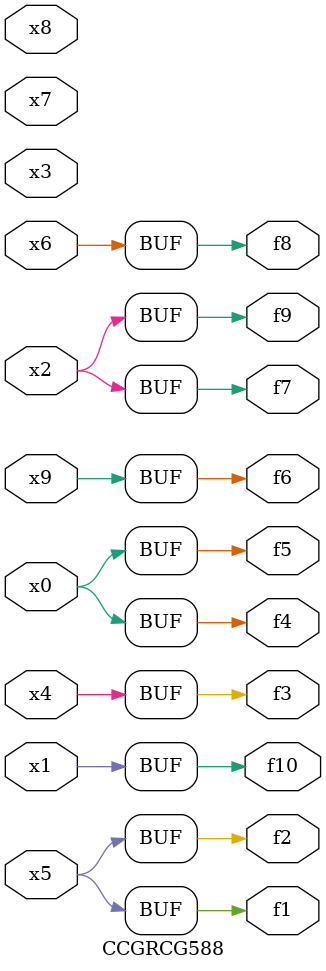
<source format=v>
module CCGRCG588(
	input x0, x1, x2, x3, x4, x5, x6, x7, x8, x9,
	output f1, f2, f3, f4, f5, f6, f7, f8, f9, f10
);
	assign f1 = x5;
	assign f2 = x5;
	assign f3 = x4;
	assign f4 = x0;
	assign f5 = x0;
	assign f6 = x9;
	assign f7 = x2;
	assign f8 = x6;
	assign f9 = x2;
	assign f10 = x1;
endmodule

</source>
